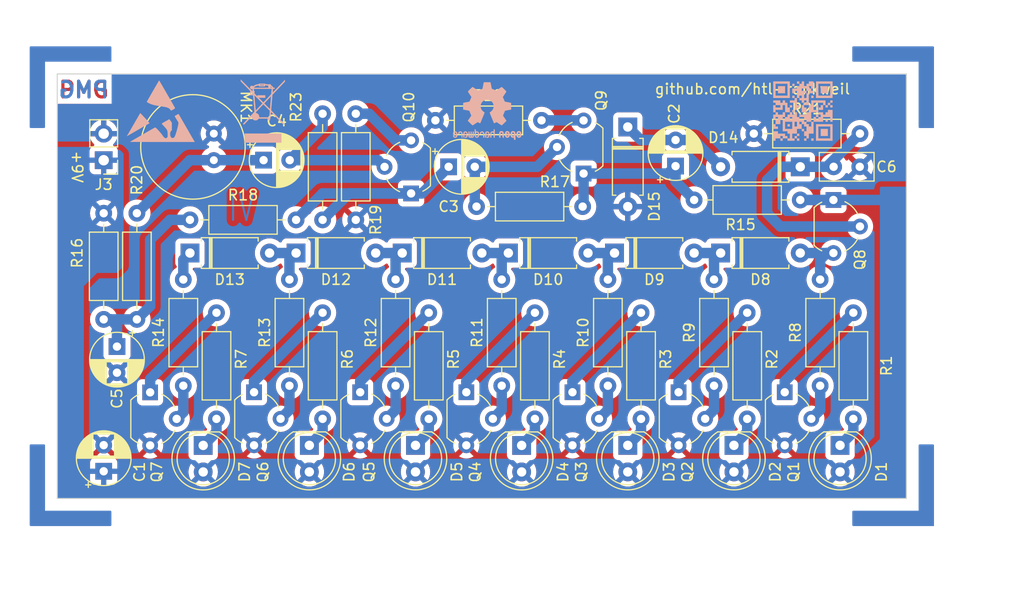
<source format=kicad_pcb>
(kicad_pcb (version 20221018) (generator pcbnew)
  (title_block (title "${acronym} - ${title}") (date "${date}") (rev "${revision}") (company "${company}") (comment 1 "${creator}") (comment 2 "${license}"))
  (layers (0 "F.Cu" signal) (31 "B.Cu" signal) (34 "B.Paste" user) (35 "F.Paste" user) (36 "B.SilkS" user "B.Silkscreen") (37 "F.SilkS" user "F.Silkscreen") (38 "B.Mask" user) (39 "F.Mask" user) (44 "Edge.Cuts" user))
  (property "acronym" "PMG")
  (property "company" "HTL-Rankweil")
  (property "creator" "GAR")
  (property "date" "1337-13-37")
  (property "license" "CC BY-NC-SA 4.0")
  (property "link" "github.com/htl-rankweil")
  (property "revision" "1.0")
  (property "title" "Pegelmessgerät")
  (net 0 "")
  (net 1 "GND")
  (net 2 "Net-(Q9-C)")
  (net 3 "Net-(D14-A)")
  (net 4 "Net-(Q10-C)")
  (net 5 "Net-(Q9-B)")
  (net 6 "Net-(C5-Pad1)")
  (net 7 "Net-(MK1-+)")
  (net 8 "Net-(Q10-B)")
  (net 9 "Net-(D14-K)")
  (net 10 "Net-(D1-K)")
  (net 11 "Net-(D2-K)")
  (net 12 "Net-(D3-K)")
  (net 13 "Net-(D4-K)")
  (net 14 "Net-(D5-K)")
  (net 15 "Net-(D6-K)")
  (net 16 "+9V")
  (net 17 "Net-(D7-K)")
  (net 18 "Net-(D8-K)")
  (net 19 "Net-(D8-A)")
  (net 20 "Net-(D10-A)")
  (net 21 "Net-(D10-K)")
  (net 22 "Net-(D11-K)")
  (net 23 "Net-(D12-K)")
  (net 24 "Net-(D13-K)")
  (net 25 "Net-(Q1-C)")
  (net 26 "Net-(Q1-B)")
  (net 27 "Net-(Q2-C)")
  (net 28 "Net-(Q2-B)")
  (net 29 "Net-(Q3-C)")
  (net 30 "Net-(Q3-B)")
  (net 31 "Net-(Q4-C)")
  (net 32 "Net-(Q4-B)")
  (net 33 "Net-(Q5-C)")
  (net 34 "Net-(Q5-B)")
  (net 35 "Net-(Q6-C)")
  (net 36 "Net-(Q6-B)")
  (net 37 "Net-(Q7-C)")
  (net 38 "Net-(Q7-B)")
  (net 39 "Net-(Q9-E)")
  (net 40 "Net-(Q10-E)")
  (footprint "Package_TO_SOT_THT:TO-92_Wide" (layer "F.Cu") (at 104.14 100.33 -90)
    (fp_text reference "Q7" (at 7.62 -0.635 90) (layer "F.SilkS"))
    (fp_text value "BC547")
    (pad "1" thru_hole rect (at 0 0 270) (size 1.5 1.5) (drill 0.8) (layers "*.Cu" "*.Mask") (net 37 "Net-(Q7-C)"))
    (pad "2" thru_hole circle (at 2.54 -2.54 270) (size 1.5 1.5) (drill 0.8) (layers "*.Cu" "*.Mask") (net 38 "Net-(Q7-B)"))
    (pad "3" thru_hole circle (at 5.08 0 270) (size 1.5 1.5) (drill 0.8) (layers "*.Cu" "*.Mask") (net 1 "GND"))
  )
  (footprint "Capacitor_THT:C_Disc_D5.0mm_W2.5mm_P2.50mm" (layer "F.Cu") (at 169.565 78.74)
    (fp_text reference "C6" (at 5.06 0) (layer "F.SilkS"))
    (fp_text value "100n")
    (pad "1" thru_hole circle (at 0 0) (size 1.6 1.6) (drill 0.8) (layers "*.Cu" "*.Mask") (net 9 "Net-(D14-K)"))
    (pad "2" thru_hole circle (at 2.5 0) (size 1.6 1.6) (drill 0.8) (layers "*.Cu" "*.Mask") (net 1 "GND"))
  )
  (footprint "Diode_THT:D_A-405_P7.62mm_Horizontal" (layer "F.Cu") (at 166.37 78.74 180)
    (fp_text reference "D14" (at 7.366 2.794) (layer "F.SilkS"))
    (fp_text value "1N4148")
    (pad "1" thru_hole rect (at 0 0 180) (size 1.8 1.8) (drill 0.9) (layers "*.Cu" "*.Mask") (net 9 "Net-(D14-K)"))
    (pad "2" thru_hole oval (at 7.62 0 180) (size 1.8 1.8) (drill 0.9) (layers "*.Cu" "*.Mask") (net 3 "Net-(D14-A)"))
  )
  (footprint "Resistor_THT:R_Axial_DIN0207_L6.3mm_D2.5mm_P10.16mm_Horizontal" (layer "F.Cu") (at 131.445 74.295)
    (fp_text reference "R22" (at 5.08 -2.37) (layer "F.SilkS"))
    (fp_text value "470")
    (pad "1" thru_hole circle (at 0 0) (size 1.6 1.6) (drill 0.8) (layers "*.Cu" "*.Mask") (net 1 "GND"))
    (pad "2" thru_hole oval (at 10.16 0) (size 1.6 1.6) (drill 0.8) (layers "*.Cu" "*.Mask") (net 39 "Net-(Q9-E)"))
  )
  (footprint "Resistor_THT:R_Axial_DIN0207_L6.3mm_D2.5mm_P10.16mm_Horizontal" (layer "F.Cu") (at 166.37 81.915 180)
    (fp_text reference "R15" (at 5.715 -2.37) (layer "F.SilkS"))
    (fp_text value "10k")
    (pad "1" thru_hole circle (at 0 0 180) (size 1.6 1.6) (drill 0.8) (layers "*.Cu" "*.Mask") (net 16 "+9V"))
    (pad "2" thru_hole oval (at 10.16 0 180) (size 1.6 1.6) (drill 0.8) (layers "*.Cu" "*.Mask") (net 2 "Net-(Q9-C)"))
  )
  (footprint "LED_THT:LED_D5.0mm" (layer "F.Cu") (at 149.86 105.405 -90)
    (fp_text reference "D3" (at 2.545 -3.96 90) (layer "F.SilkS"))
    (fp_text value "LED")
    (pad "1" thru_hole rect (at 0 0 270) (size 1.8 1.8) (drill 0.9) (layers "*.Cu" "*.Mask") (net 12 "Net-(D3-K)"))
    (pad "2" thru_hole circle (at 2.54 0 270) (size 1.8 1.8) (drill 0.9) (layers "*.Cu" "*.Mask") (net 16 "+9V"))
  )
  (footprint "Package_TO_SOT_THT:TO-92_Wide" (layer "F.Cu") (at 169.545 81.915 -90)
    (fp_text reference "Q8" (at 5.715 -2.54 90) (layer "F.SilkS"))
    (fp_text value "BC547")
    (pad "1" thru_hole rect (at 0 0 270) (size 1.5 1.5) (drill 0.8) (layers "*.Cu" "*.Mask") (net 16 "+9V"))
    (pad "2" thru_hole circle (at 2.54 -2.54 270) (size 1.5 1.5) (drill 0.8) (layers "*.Cu" "*.Mask") (net 9 "Net-(D14-K)"))
    (pad "3" thru_hole circle (at 5.08 0 270) (size 1.5 1.5) (drill 0.8) (layers "*.Cu" "*.Mask") (net 19 "Net-(D8-A)"))
  )
  (footprint "Package_TO_SOT_THT:TO-92_Wide" (layer "F.Cu") (at 164.885 100.32 -90)
    (fp_text reference "Q1" (at 7.63 -0.85 90) (layer "F.SilkS"))
    (fp_text value "BC547")
    (pad "1" thru_hole rect (at 0 0 270) (size 1.5 1.5) (drill 0.8) (layers "*.Cu" "*.Mask") (net 25 "Net-(Q1-C)"))
    (pad "2" thru_hole circle (at 2.54 -2.54 270) (size 1.5 1.5) (drill 0.8) (layers "*.Cu" "*.Mask") (net 26 "Net-(Q1-B)"))
    (pad "3" thru_hole circle (at 5.08 0 270) (size 1.5 1.5) (drill 0.8) (layers "*.Cu" "*.Mask") (net 1 "GND"))
  )
  (footprint "LED_THT:LED_D5.0mm" (layer "F.Cu") (at 139.7 105.41 -90)
    (fp_text reference "D4" (at 2.54 -3.96 90) (layer "F.SilkS"))
    (fp_text value "LED")
    (pad "1" thru_hole rect (at 0 0 270) (size 1.8 1.8) (drill 0.9) (layers "*.Cu" "*.Mask") (net 13 "Net-(D4-K)"))
    (pad "2" thru_hole circle (at 2.54 0 270) (size 1.8 1.8) (drill 0.9) (layers "*.Cu" "*.Mask") (net 16 "+9V"))
  )
  (footprint "Package_TO_SOT_THT:TO-92_Wide" (layer "F.Cu") (at 145.63 79.385 90)
    (fp_text reference "Q9" (at 6.995 1.69 90) (layer "F.SilkS"))
    (fp_text value "BC547")
    (pad "1" thru_hole rect (at 0 0 90) (size 1.5 1.5) (drill 0.8) (layers "*.Cu" "*.Mask") (net 2 "Net-(Q9-C)"))
    (pad "2" thru_hole circle (at 2.54 -2.54 90) (size 1.5 1.5) (drill 0.8) (layers "*.Cu" "*.Mask") (net 5 "Net-(Q9-B)"))
    (pad "3" thru_hole circle (at 5.08 0 90) (size 1.5 1.5) (drill 0.8) (layers "*.Cu" "*.Mask") (net 39 "Net-(Q9-E)"))
  )
  (footprint "Resistor_THT:R_Axial_DIN0207_L6.3mm_D2.5mm_P10.16mm_Horizontal" (layer "F.Cu") (at 107.315 99.695 90)
    (fp_text reference "R14" (at 5.08 -2.37 90) (layer "F.SilkS"))
    (fp_text value "10k")
    (pad "1" thru_hole circle (at 0 0 90) (size 1.6 1.6) (drill 0.8) (layers "*.Cu" "*.Mask") (net 38 "Net-(Q7-B)"))
    (pad "2" thru_hole oval (at 10.16 0 90) (size 1.6 1.6) (drill 0.8) (layers "*.Cu" "*.Mask") (net 24 "Net-(D13-K)"))
  )
  (footprint "Resistor_THT:R_Axial_DIN0207_L6.3mm_D2.5mm_P10.16mm_Horizontal" (layer "F.Cu") (at 117.475 99.695 90)
    (fp_text reference "R13" (at 5.08 -2.37 90) (layer "F.SilkS"))
    (fp_text value "10k")
    (pad "1" thru_hole circle (at 0 0 90) (size 1.6 1.6) (drill 0.8) (layers "*.Cu" "*.Mask") (net 36 "Net-(Q6-B)"))
    (pad "2" thru_hole oval (at 10.16 0 90) (size 1.6 1.6) (drill 0.8) (layers "*.Cu" "*.Mask") (net 23 "Net-(D12-K)"))
  )
  (footprint "Resistor_THT:R_Axial_DIN0207_L6.3mm_D2.5mm_P10.16mm_Horizontal" (layer "F.Cu") (at 168.275 99.695 90)
    (fp_text reference "R8" (at 5.08 -2.37 90) (layer "F.SilkS"))
    (fp_text value "10k")
    (pad "1" thru_hole circle (at 0 0 90) (size 1.6 1.6) (drill 0.8) (layers "*.Cu" "*.Mask") (net 26 "Net-(Q1-B)"))
    (pad "2" thru_hole oval (at 10.16 0 90) (size 1.6 1.6) (drill 0.8) (layers "*.Cu" "*.Mask") (net 19 "Net-(D8-A)"))
  )
  (footprint "Resistor_THT:R_Axial_DIN0207_L6.3mm_D2.5mm_P10.16mm_Horizontal" (layer "F.Cu") (at 161.29 92.71 -90)
    (fp_text reference "R2" (at 4.445 -2.37 90) (layer "F.SilkS"))
    (fp_text value "680")
    (pad "1" thru_hole circle (at 0 0 270) (size 1.6 1.6) (drill 0.8) (layers "*.Cu" "*.Mask") (net 27 "Net-(Q2-C)"))
    (pad "2" thru_hole oval (at 10.16 0 270) (size 1.6 1.6) (drill 0.8) (layers "*.Cu" "*.Mask") (net 11 "Net-(D2-K)"))
  )
  (footprint "Resistor_THT:R_Axial_DIN0207_L6.3mm_D2.5mm_P10.16mm_Horizontal" (layer "F.Cu") (at 171.45 92.71 -90)
    (fp_text reference "R1" (at 5.08 -3.175 90) (layer "F.SilkS"))
    (fp_text value "680")
    (pad "1" thru_hole circle (at 0 0 270) (size 1.6 1.6) (drill 0.8) (layers "*.Cu" "*.Mask") (net 25 "Net-(Q1-C)"))
    (pad "2" thru_hole oval (at 10.16 0 270) (size 1.6 1.6) (drill 0.8) (layers "*.Cu" "*.Mask") (net 10 "Net-(D1-K)"))
  )
  (footprint "Sensor_MIC:Electret_THT" (layer "F.Cu") (at 108.236 76.835)
    (fp_text reference "MK1" (at 5.08 -3.81 -90 unlocked) (layer "F.SilkS"))
    (fp_text value "Electret")
    (pad "1" thru_hole circle (at 2 -1.27) (size 1.524 1.524) (drill 0.762) (layers "*.Cu" "*.Mask") (net 1 "GND"))
    (pad "2" thru_hole circle (at 2 1.27) (size 1.524 1.524) (drill 0.762) (layers "*.Cu" "*.Mask") (net 7 "Net-(MK1-+)"))
  )
  (footprint "Diode_THT:D_A-405_P7.62mm_Horizontal" (layer "F.Cu") (at 149.86 74.93 -90)
    (fp_text reference "D15" (at 7.62 -2.54 90) (layer "F.SilkS"))
    (fp_text value "1N4148")
    (pad "1" thru_hole rect (at 0 0 270) (size 1.8 1.8) (drill 0.9) (layers "*.Cu" "*.Mask") (net 3 "Net-(D14-A)"))
    (pad "2" thru_hole oval (at 7.62 0 270) (size 1.8 1.8) (drill 0.9) (layers "*.Cu" "*.Mask") (net 1 "GND"))
  )
  (footprint "Diode_THT:D_A-405_P7.62mm_Horizontal" (layer "F.Cu") (at 118.11 86.995)
    (fp_text reference "D12" (at 3.81 2.54) (layer "F.SilkS"))
    (fp_text value "1N4148")
    (pad "1" thru_hole rect (at 0 0) (size 1.8 1.8) (drill 0.9) (layers "*.Cu" "*.Mask") (net 23 "Net-(D12-K)"))
    (pad "2" thru_hole oval (at 7.62 0) (size 1.8 1.8) (drill 0.9) (layers "*.Cu" "*.Mask") (net 22 "Net-(D11-K)"))
  )
  (footprint "Package_TO_SOT_THT:TO-92_Wide" (layer "F.Cu") (at 124.245 100.32 -90)
    (fp_text reference "Q5" (at 7.63 -0.85 90) (layer "F.SilkS"))
    (fp_text value "BC547")
    (pad "1" thru_hole rect (at 0 0 270) (size 1.5 1.5) (drill 0.8) (layers "*.Cu" "*.Mask") (net 33 "Net-(Q5-C)"))
    (pad "2" thru_hole circle (at 2.54 -2.54 270) (size 1.5 1.5) (drill 0.8) (layers "*.Cu" "*.Mask") (net 34 "Net-(Q5-B)"))
    (pad "3" thru_hole circle (at 5.08 0 270) (size 1.5 1.5) (drill 0.8) (layers "*.Cu" "*.Mask") (net 1 "GND"))
  )
  (footprint "Package_TO_SOT_THT:TO-92_Wide" (layer "F.Cu") (at 114.085 100.32 -90)
    (fp_text reference "Q6" (at 7.63 -0.85 90) (layer "F.SilkS"))
    (fp_text value "BC547")
    (pad "1" thru_hole rect (at 0 0 270) (size 1.5 1.5) (drill 0.8) (layers "*.Cu" "*.Mask") (net 35 "Net-(Q6-C)"))
    (pad "2" thru_hole circle (at 2.54 -2.54 270) (size 1.5 1.5) (drill 0.8) (layers "*.Cu" "*.Mask") (net 36 "Net-(Q6-B)"))
    (pad "3" thru_hole circle (at 5.08 0 270) (size 1.5 1.5) (drill 0.8) (layers "*.Cu" "*.Mask") (net 1 "GND"))
  )
  (footprint "Resistor_THT:R_Axial_DIN0207_L6.3mm_D2.5mm_P10.16mm_Horizontal" (layer "F.Cu") (at 127.635 99.695 90)
    (fp_text reference "R12" (at 5.08 -2.37 90) (layer "F.SilkS"))
    (fp_text value "10k")
    (pad "1" thru_hole circle (at 0 0 90) (size 1.6 1.6) (drill 0.8) (layers "*.Cu" "*.Mask") (net 34 "Net-(Q5-B)"))
    (pad "2" thru_hole oval (at 10.16 0 90) (size 1.6 1.6) (drill 0.8) (layers "*.Cu" "*.Mask") (net 22 "Net-(D11-K)"))
  )
  (footprint "Diode_THT:D_A-405_P7.62mm_Horizontal" (layer "F.Cu") (at 128.27 86.995)
    (fp_text reference "D11" (at 3.81 2.54) (layer "F.SilkS"))
    (fp_text value "1N4148")
    (pad "1" thru_hole rect (at 0 0) (size 1.8 1.8) (drill 0.9) (layers "*.Cu" "*.Mask") (net 22 "Net-(D11-K)"))
    (pad "2" thru_hole oval (at 7.62 0) (size 1.8 1.8) (drill 0.9) (layers "*.Cu" "*.Mask") (net 21 "Net-(D10-K)"))
  )
  (footprint "Resistor_THT:R_Axial_DIN0207_L6.3mm_D2.5mm_P10.16mm_Horizontal" (layer "F.Cu") (at 151.13 92.71 -90)
    (fp_text reference "R3" (at 4.445 -2.37 90) (layer "F.SilkS"))
    (fp_text value "680")
    (pad "1" thru_hole circle (at 0 0 270) (size 1.6 1.6) (drill 0.8) (layers "*.Cu" "*.Mask") (net 29 "Net-(Q3-C)"))
    (pad "2" thru_hole oval (at 10.16 0 270) (size 1.6 1.6) (drill 0.8) (layers "*.Cu" "*.Mask") (net 12 "Net-(D3-K)"))
  )
  (footprint "LED_THT:LED_D5.0mm" (layer "F.Cu") (at 119.38 105.405 -90)
    (fp_text reference "D6" (at 2.545 -3.81 90) (layer "F.SilkS"))
    (fp_text value "LED")
    (pad "1" thru_hole rect (at 0 0 270) (size 1.8 1.8) (drill 0.9) (layers "*.Cu" "*.Mask") (net 15 "Net-(D6-K)"))
    (pad "2" thru_hole circle (at 2.54 0 270) (size 1.8 1.8) (drill 0.9) (layers "*.Cu" "*.Mask") (net 16 "+9V"))
  )
  (footprint "Resistor_THT:R_Axial_DIN0207_L6.3mm_D2.5mm_P10.16mm_Horizontal" (layer "F.Cu") (at 102.87 83.185 -90)
    (fp_text reference "R20" (at -3.175 0 90) (layer "F.SilkS"))
    (fp_text value "10k")
    (pad "1" thru_hole circle (at 0 0 270) (size 1.6 1.6) (drill 0.8) (layers "*.Cu" "*.Mask") (net 7 "Net-(MK1-+)"))
    (pad "2" thru_hole oval (at 10.16 0 270) (size 1.6 1.6) (drill 0.8) (layers "*.Cu" "*.Mask") (net 6 "Net-(C5-Pad1)"))
  )
  (footprint "Resistor_THT:R_Axial_DIN0207_L6.3mm_D2.5mm_P10.16mm_Horizontal" (layer "F.Cu") (at 107.95 83.82)
    (fp_text reference "R18" (at 5.08 -2.37) (layer "F.SilkS"))
    (fp_text value "39k")
    (pad "1" thru_hole circle (at 0 0) (size 1.6 1.6) (drill 0.8) (layers "*.Cu" "*.Mask") (net 6 "Net-(C5-Pad1)"))
    (pad "2" thru_hole oval (at 10.16 0) (size 1.6 1.6) (drill 0.8) (layers "*.Cu" "*.Mask") (net 4 "Net-(Q10-C)"))
  )
  (footprint "LED_THT:LED_D5.0mm" (layer "F.Cu") (at 129.54 105.405 -90)
    (fp_text reference "D5" (at 2.545 -3.96 90) (layer "F.SilkS"))
    (fp_text value "LED")
    (pad "1" thru_hole rect (at 0 0 270) (size 1.8 1.8) (drill 0.9) (layers "*.Cu" "*.Mask") (net 14 "Net-(D5-K)"))
    (pad "2" thru_hole circle (at 2.54 0 270) (size 1.8 1.8) (drill 0.9) (layers "*.Cu" "*.Mask") (net 16 "+9V"))
  )
  (footprint "Capacitor_THT:CP_Radial_D5.0mm_P2.50mm" (layer "F.Cu") (at 99.695 107.885113 90)
    (fp_text reference "C1" (at -0.064887 3.429 90) (layer "F.SilkS"))
    (fp_text value "47u")
    (pad "1" thru_hole rect (at 0 0 90) (size 1.6 1.6) (drill 0.8) (layers "*.Cu" "*.Mask") (net 16 "+9V"))
    (pad "2" thru_hole circle (at 2.5 0 90) (size 1.6 1.6) (drill 0.8) (layers "*.Cu" "*.Mask") (net 1 "GND"))
  )
  (footprint "Capacitor_THT:CP_Radial_D5.0mm_P2.50mm" (layer "F.Cu") (at 154.432 78.675113 90)
    (fp_text reference "C2" (at 5.015113 -0.127 90) (layer "F.SilkS"))
    (fp_text value "1u")
    (pad "1" thru_hole rect (at 0 0 90) (size 1.6 1.6) (drill 0.8) (layers "*.Cu" "*.Mask") (net 2 "Net-(Q9-C)"))
    (pad "2" thru_hole circle (at 2.5 0 90) (size 1.6 1.6) (drill 0.8) (layers "*.Cu" "*.Mask") (net 3 "Net-(D14-A)"))
  )
  (footprint "Resistor_THT:R_Axial_DIN0207_L6.3mm_D2.5mm_P10.16mm_Horizontal" (layer "F.Cu") (at 161.925 75.565)
    (fp_text reference "R21" (at 5.08 -2.37) (layer "F.SilkS"))
    (fp_text value "1M")
    (pad "1" thru_hole circle (at 0 0) (size 1.6 1.6) (drill 0.8) (layers "*.Cu" "*.Mask") (net 1 "GND"))
    (pad "2" thru_hole oval (at 10.16 0) (size 1.6 1.6) (drill 0.8) (layers "*.Cu" "*.Mask") (net 9 "Net-(D14-K)"))
  )
  (footprint "Capacitor_THT:CP_Radial_D5.0mm_P2.50mm" (layer "F.Cu") (at 100.965 95.949887 -90)
    (fp_text reference "C5" (at 4.980113 0 90) (layer "F.SilkS"))
    (fp_text value "1u")
    (pad "1" thru_hole rect (at 0 0 270) (size 1.6 1.6) (drill 0.8) (layers "*.Cu" "*.Mask") (net 6 "Net-(C5-Pad1)"))
    (pad "2" thru_hole circle (at 2.5 0 270) (size 1.6 1.6) (drill 0.8) (layers "*.Cu" "*.Mask") (net 1 "GND"))
  )
  (footprint "Resistor_THT:R_Axial_DIN0207_L6.3mm_D2.5mm_P10.16mm_Horizontal" (layer "F.Cu") (at 120.65 92.71 -90)
    (fp_text reference "R6" (at 4.445 -2.37 90) (layer "F.SilkS"))
    (fp_text value "680")
    (pad "1" thru_hole circle (at 0 0 270) (size 1.6 1.6) (drill 0.8) (layers "*.Cu" "*.Mask") (net 35 "Net-(Q6-C)"))
    (pad "2" thru_hole oval (at 10.16 0 270) (size 1.6 1.6) (drill 0.8) (layers "*.Cu" "*.Mask") (net 15 "Net-(D6-K)"))
  )
  (footprint "Resistor_THT:R_Axial_DIN0207_L6.3mm_D2.5mm_P10.16mm_Horizontal" (layer "F.Cu") (at 110.49 92.71 -90)
    (fp_text reference "R7" (at 4.445 -2.37 90) (layer "F.SilkS"))
    (fp_text value "680")
    (pad "1" thru_hole circle (at 0 0 270) (size 1.6 1.6) (drill 0.8) (layers "*.Cu" "*.Mask") (net 37 "Net-(Q7-C)"))
    (pad "2" thru_hole oval (at 10.16 0 270) (size 1.6 1.6) (drill 0.8) (layers "*.Cu" "*.Mask") (net 17 "Net-(D7-K)"))
  )
  (footprint "Resistor_THT:R_Axial_DIN0207_L6.3mm_D2.5mm_P10.16mm_Horizontal" (layer "F.Cu") (at 140.97 92.71 -90)
    (fp_text reference "R4" (at 4.445 -2.37 90) (layer "F.SilkS"))
    (fp_text value "680")
    (pad "1" thru_hole circle (at 0 0 270) (size 1.6 1.6) (drill 0.8) (layers "*.Cu" "*.Mask") (net 31 "Net-(Q4-C)"))
    (pad "2" thru_hole oval (at 10.16 0 270) (size 1.6 1.6) (drill 0.8) (layers "*.Cu" "*.Mask") (net 13 "Net-(D4-K)"))
  )
  (footprint "Package_TO_SOT_THT:TO-92_Wide" (layer "F.Cu") (at 134.405 100.32 -90)
    (fp_text reference "Q4" (at 7.63 -0.85 90) (layer "F.SilkS"))
    (fp_text value "BC547")
    (pad "1" thru_hole rect (at 0 0 270) (size 1.5 1.5) (drill 0.8) (layers "*.Cu" "*.Mask") (net 31 "Net-(Q4-C)"))
    (pad "2" thru_hole circle (at 2.54 -2.54 270) (size 1.5 1.5) (drill 0.8) (layers "*.Cu" "*.Mask") (net 32 "Net-(Q4-B)"))
    (pad "3" thru_hole circle (at 5.08 0 270) (size 1.5 1.5) (drill 0.8) (layers "*.Cu" "*.Mask") (net 1 "GND"))
  )
  (footprint "Resistor_THT:R_Axial_DIN0207_L6.3mm_D2.5mm_P10.16mm_Horizontal" (layer "F.Cu") (at 99.695 83.185 -90)
    (fp_text reference "R16" (at 3.81 2.54 90) (layer "F.SilkS"))
    (fp_text value "10k")
    (pad "1" thru_hole circle (at 0 0 270) (size 1.6 1.6) (drill 0.8) (layers "*.Cu" "*.Mask") (net 16 "+9V"))
    (pad "2" thru_hole oval (at 10.16 0 270) (size 1.6 1.6) (drill 0.8) (layers "*.Cu" "*.Mask") (net 6 "Net-(C5-Pad1)"))
  )
  (footprint "Capacitor_THT:CP_Radial_D5.0mm_P2.50mm" (layer "F.Cu") (at 132.715 78.74)
    (fp_text reference "C3" (at 0 3.81) (layer "F.SilkS"))
    (fp_text value "1u")
    (pad "1" thru_hole rect (at 0 0) (size 1.6 1.6) (drill 0.8) (layers "*.Cu" "*.Mask") (net 4 "Net-(Q10-C)"))
    (pad "2" thru_hole circle (at 2.5 0) (size 1.6 1.6) (drill 0.8) (layers "*.Cu" "*.Mask") (net 5 "Net-(Q9-B)"))
  )
  (footprint "Connector_PinHeader_2.54mm:PinHeader_1x02_P2.54mm_Vertical" (layer "F.Cu") (at 99.695 78.11 180)
    (fp_text reference "J3" (at 0 -2.33 180) (layer "F.SilkS"))
    (fp_text value "Conn_01x02_Pin")
    (pad "1" thru_hole rect (at 0 0 180) (size 1.7 1.7) (drill 1) (layers "*.Cu" "*.Mask") (net 16 "+9V"))
    (pad "2" thru_hole oval (at 0 2.54 180) (size 1.7 1.7) (drill 1) (layers "*.Cu" "*.Mask") (net 1 "GND"))
  )
  (footprint "Resistor_THT:R_Axial_DIN0207_L6.3mm_D2.5mm_P10.16mm_Horizontal" (layer "F.Cu") (at 158.115 99.695 90)
    (fp_text reference "R9" (at 5.08 -2.37 90) (layer "F.SilkS"))
    (fp_text value "10k")
    (pad "1" thru_hole circle (at 0 0 90) (size 1.6 1.6) (drill 0.8) (layers "*.Cu" "*.Mask") (net 28 "Net-(Q2-B)"))
    (pad "2" thru_hole oval (at 10.16 0 90) (size 1.6 1.6) (drill 0.8) (layers "*.Cu" "*.Mask") (net 18 "Net-(D8-K)"))
  )
  (footprint "Diode_THT:D_A-405_P7.62mm_Horizontal" (layer "F.Cu") (at 148.59 86.995)
    (fp_text reference "D9" (at 3.81 2.54) (layer "F.SilkS"))
    (fp_text value "1N4148")
    (pad "1" thru_hole rect (at 0 0) (size 1.8 1.8) (drill 0.9) (layers "*.Cu" "*.Mask") (net 20 "Net-(D10-A)"))
    (pad "2" thru_hole oval (at 7.62 0) (size 1.8 1.8) (drill 0.9) (layers "*.Cu" "*.Mask") (net 18 "Net-(D8-K)"))
  )
  (footprint "Resistor_THT:R_Axial_DIN0207_L6.3mm_D2.5mm_P10.16mm_Horizontal" (layer "F.Cu") (at 120.65 73.66 -90)
    (fp_text reference "R19" (at 10.16 -5.08 90) (layer "F.SilkS"))
    (fp_text value "10M")
    (pad "1" thru_hole circle (at 0 0 270) (size 1.6 1.6) (drill 0.8) (layers "*.Cu" "*.Mask") (net 8 "Net-(Q10-B)"))
    (pad "2" thru_hole oval (at 10.16 0 270) (size 1.6 1.6) (drill 0.8) (layers "*.Cu" "*.Mask") (net 4 "Net-(Q10-C)"))
  )
  (footprint "Resistor_THT:R_Axial_DIN0207_L6.3mm_D2.5mm_P10.16mm_Horizontal" (layer "F.Cu") (at 147.955 99.695 90)
    (fp_text reference "R10" (at 5.08 -2.37 90) (layer "F.SilkS"))
    (fp_text value "10k")
    (pad "1" thru_hole circle (at 0 0 90) (size 1.6 1.6) (drill 0.8) (layers "*.Cu" "*.Mask") (net 30 "Net-(Q3-B)"))
    (pad "2" thru_hole oval (at 10.16 0 90) (size 1.6 1.6) (drill 0.8) (layers "*.Cu" "*.Mask") (net 20 "Net-(D10-A)"))
  )
  (footprint "Resistor_THT:R_Axial_DIN0207_L6.3mm_D2.5mm_P10.16mm_Horizontal" (layer "F.Cu") (at 135.382 82.55)
    (fp_text reference "R17" (at 7.493 -2.37) (layer "F.SilkS"))
    (fp_text value "1M")
    (pad "1" thru_hole circle (at 0 0) (size 1.6 1.6) (drill 0.8) (layers "*.Cu" "*.Mask") (net 5 "Net-(Q9-B)"))
    (pad "2" thru_hole oval (at 10.16 0) (size 1.6 1.6) (drill 0.8) (layers "*.Cu" "*.Mask") (net 2 "Net-(Q9-C)"))
  )
  (footprint "Package_TO_SOT_THT:TO-92_Wide" (layer "F.Cu") (at 144.565 100.32 -90)
    (fp_text reference "Q3" (at 7.63 -0.85 90) (layer "F.SilkS"))
    (fp_text value "BC547")
    (pad "1" thru_hole rect (at 0 0 270) (size 1.5 1.5) (drill 0.8) (layers "*.Cu" "*.Mask") (net 29 "Net-(Q3-C)"))
    (pad "2" thru_hole circle (at 2.54 -2.54 270) (size 1.5 1.5) (drill 0.8) (layers "*.Cu" "*.Mask") (net 30 "Net-(Q3-B)"))
    (pad "3" thru_hole circle (at 5.08 0 270) (size 1.5 1.5) (drill 0.8) (layers "*.Cu" "*.Mask") (net 1 "GND"))
  )
  (footprint "LED_THT:LED_D5.0mm" (layer "F.Cu") (at 160.02 105.405 -90)
    (fp_text reference "D2" (at 2.545 -3.96 90) (layer "F.SilkS"))
    (fp_text value "LED")
    (pad "1" thru_hole rect (at 0 0 270) (size 1.8 1.8) (drill 0.9) (layers "*.Cu" "*.Mask") (net 11 "Net-(D2-K)"))
    (pad "2" thru_hole circle (at 2.54 0 270) (size 1.8 1.8) (drill 0.9) (layers "*.Cu" "*.Mask") (net 16 "+9V"))
  )
  (footprint "Package_TO_SOT_THT:TO-92_Wide" (layer "F.Cu") (at 129.12 81.29 90)
    (fp_text reference "Q10" (at 8.265 -0.215 90) (layer "F.SilkS"))
    (fp_text value "BC547")
    (pad "1" thru_hole rect (at 0 0 90) (size 1.5 1.5) (drill 0.8) (layers "*.Cu" "*.Mask") (net 4 "Net-(Q10-C)"))
    (pad "2" thru_hole circle (at 2.54 -2.54 90) (size 1.5 1.5) (drill 0.8) (layers "*.Cu" "*.Mask") (net 8 "Net-(Q10-B)"))
    (pad "3" thru_hole circle (at 5.08 0 90) (size 1.5 1.5) (drill 0.8) (layers "*.Cu" "*.Mask") (net 40 "Net-(Q10-E)"))
  )
  (footprint "LED_THT:LED_D5.0mm" (layer "F.Cu") (at 109.22 105.41 -90)
    (fp_text reference "D7" (at 2.54 -3.96 90) (layer "F.SilkS"))
    (fp_text value "LED")
    (pad "1" thru_hole rect (at 0 0 270) (size 1.8 1.8) (drill 0.9) (layers "*.Cu" "*.Mask") (net 17 "Net-(D7-K)"))
    (pad "2" thru_hole circle (at 2.54 0 270) (size 1.8 1.8) (drill 0.9) (layers "*.Cu" "*.Mask") (net 16 "+9V"))
  )
  (footprint "Diode_THT:D_A-405_P7.62mm_Horizontal" (layer "F.Cu") (at 158.75 86.995)
    (fp_text reference "D8" (at 3.81 2.54) (layer "F.SilkS"))
    (fp_text value "1N4148")
    (pad "1" thru_hole rect (at 0 0) (size 1.8 1.8) (drill 0.9) (layers "*.Cu" "*.Mask") (net 18 "Net-(D8-K)"))
    (pad "2" thru_hole oval (at 7.62 0) (size 1.8 1.8) (drill 0.9) (layers "*.Cu" "*.Mask") (net 19 "Net-(D8-A)"))
  )
  (footprint "Resistor_THT:R_Axial_DIN0207_L6.3mm_D2.5mm_P10.16mm_Horizontal" (layer "F.Cu") (at 137.795 99.695 90)
    (fp_text reference "R11" (at 5.08 -2.37 90) (layer "F.SilkS"))
    (fp_text value "10k")
    (pad "1" thru_hole circle (at 0 0 90) (size 1.6 1.6) (drill 0.8) (layers "*.Cu" "*.Mask") (net 32 "Net-(Q4-B)"))
    (pad "2" thru_hole oval (at 10.16 0 90) (size 1.6 1.6) (drill 0.8) (layers "*.Cu" "*.Mask") (net 21 "Net-(D10-K)"))
  )
  (footprint "Package_TO_SOT_THT:TO-92_Wide" (layer "F.Cu") (at 154.725 100.32 -90)
    (fp_text reference "Q2" (at 7.63 -0.85 90) (layer "F.SilkS"))
    (fp_text value "BC547")
    (pad "1" thru_hole rect (at 0 0 270) (size 1.5 1.5) (drill 0.8) (layers "*.Cu" "*.Mask") (net 27 "Net-(Q2-C)"))
    (pad "2" thru_hole circle (at 2.54 -2.54 270) (size 1.5 1.5) (drill 0.8) (layers "*.Cu" "*.Mask") (net 28 "Net-(Q2-B)"))
    (pad "3" thru_hole circle (at 5.08 0 270) (size 1.5 1.5) (drill 0.8) (layers "*.Cu" "*.Mask") (net 1 "GND"))
  )
  (footprint "Diode_THT:D_A-405_P7.62mm_Horizontal" (layer "F.Cu") (at 138.43 86.995)
    (fp_text reference "D10" (at 3.81 2.54) (layer "F.SilkS"))
    (fp_text value "1N4148")
    (pad "1" thru_hole rect (at 0 0) (size 1.8 1.8) (drill 0.9) (layers "*.Cu" "*.Mask") (net 21 "Net-(D10-K)"))
    (pad "2" thru_hole oval (at 7.62 0) (size 1.8 1.8) (drill 0.9) (layers "*.Cu" "*.Mask") (net 20 "Net-(D10-A)"))
  )
  (footprint "Resistor_THT:R_Axial_DIN0207_L6.3mm_D2.5mm_P10.16mm_Horizontal" (layer "F.Cu") (at 123.825 83.82 90)
    (fp_text reference "R23" (at 10.795 -5.715 90) (layer "F.SilkS"))
    (fp_text value "680")
    (pad "1" thru_hole circle (at 0 0 90) (size 1.6 1.6) (drill 0.8) (layers "*.Cu" "*.Mask") (net 1 "GND"))
    (pad "2" thru_hole oval (at 10.16 0 90) (size 1.6 1.6) (drill 0.8) (layers "*.Cu" "*.Mask") (net 40 "Net-(Q10-E)"))
  )
  (footprint "LED_THT:LED_D5.0mm" (layer "F.Cu") (at 170.18 105.405 -90)
    (fp_text reference "D1" (at 2.545 -3.96 90) (layer "F.SilkS"))
    (fp_text value "LED")
    (pad "1" thru_hole rect (at 0 0 270) (size 1.8 1.8) (drill 0.9) (layers "*.Cu" "*.Mask") (net 10 "Net-(D1-K)"))
    (pad "2" thru_hole circle (at 2.54 0 270) (size 1.8 1.8) (drill 0.9) (layers "*.Cu" "*.Mask") (net 16 "+9V"))
  )
  (footprint "Capacitor_THT:CP_Radial_D5.0mm_P2.50mm" (layer "F.Cu") (at 114.999888 78.105)
    (fp_text reference "C4" (at 1.25 -3.75) (layer "F.SilkS"))
    (fp_text value "1u")
    (pad "1" thru_hole rect (at 0 0) (size 1.6 1.6) (drill 0.8) (layers "*.Cu" "*.Mask") (net 7 "Net-(MK1-+)"))
    (pad "2" thru_hole circle (at 2.5 0) (size 1.6 1.6) (drill 0.8) (layers "*.Cu" "*.Mask") (net 8 "Net-(Q10-B)"))
  )
  (footprint "Resistor_THT:R_Axial_DIN0207_L6.3mm_D2.5mm_P10.16mm_Horizontal" (layer "F.Cu") (at 130.81 92.71 -90)
    (fp_text reference "R5" (at 4.445 -2.37 90) (layer "F.SilkS"))
    (fp_text value "680")
    (pad "1" thru_hole circle (at 0 0 270) (size 1.6 1.6) (drill 0.8) (layers "*.Cu" "*.Mask") (net 33 "Net-(Q5-C)"))
    (pad "2" thru_hole oval (at 10.16 0 270) (size 1.6 1.6) (drill 0.8) (layers "*.Cu" "*.Mask") (net 14 "Net-(D5-K)"))
  )
  (footprint "Diode_THT:D_A-405_P7.62mm_Horizontal" (layer "F.Cu") (at 107.95 86.995)
    (fp_text reference "D13" (at 3.81 2.54) (layer "F.SilkS"))
    (fp_text value "1N4148")
    (pad "1" thru_hole rect (at 0 0) (size 1.8 1.8) (drill 0.9) (layers "*.Cu" "*.Mask") (net 24 "Net-(D13-K)"))
    (pad "2" thru_hole oval (at 7.62 0) (size 1.8 1.8) (drill 0.9) (layers "*.Cu" "*.Mask") (net 23 "Net-(D12-K)"))
  )
  (footprint "Symbol:WEEE-Logo_4.2x6mm_SilkScreen" (layer "B.Cu") (at 114.935 73.406 180)
    (fp_text reference "FID3" hide)
    (fp_text value "BIN" hide)
  )
  (footprint "Symbol:OSHW-Logo2_7.3x6mm_SilkScreen" (layer "B.Cu") (at 136.398 73.406 180)
    (fp_text reference "FID2" hide)
    (fp_text value "OH" hide)
  )
  (footprint "Images:QR_0x007e_small" (layer "B.Cu") (at 166.624 73.406 180)
    (fp_text reference "FID4" hide)
    (fp_text value "QR" hide)
  )
  (footprint "Symbol:ESD-Logo_6.6x6mm_SilkScreen" (layer "B.Cu") (at 105.156 73.406 180)
    (fp_text reference "FID1" hide)
    (fp_text value "ESD" hide)
  )
  (gr_line (start 112.7125 81.28) (end 113.3475 83.82) (stroke (width 0.2)) (layer "B.Cu"))
  (gr_poly (pts (xy 171.45 111.76) (xy 177.8 111.76) (xy 177.8 105.41) (xy 179.07 105.41) (xy 179.07 113.03) (xy 171.45 113.03)) (stroke (width 0.2)) (fill solid) (layer "B.Cu"))
  (gr_poly (pts (xy 92.71 74.93) (xy 92.71 67.31) (xy 100.33 67.31) (xy 100.33 68.58) (xy 93.98 68.58) (xy 93.98 74.93)) (stroke (width 0.2)) (fill solid) (layer "B.Cu"))
  (gr_line (start 113.3475 83.82) (end 113.9825 81.28) (stroke (width 0.2)) (layer "B.Cu"))
  (gr_poly (pts (xy 177.8 68.58) (xy 171.45 68.58) (xy 171.45 67.31) (xy 179.07 67.31) (xy 179.07 74.93) (xy 177.8 74.93)) (stroke (width 0.2)) (fill solid) (layer "B.Cu"))
  (gr_poly (pts (xy 92.71 105.41) (xy 93.98 105.41) (xy 93.98 111.76) (xy 100.33 111.76) (xy 100.33 113.03) (xy 92.71 113.03)) (stroke (width 0.2)) (fill solid) (layer "B.Cu"))
  (gr_line (start 112.0775 81.28) (end 112.0775 83.82) (stroke (width 0.2)) (layer "B.Cu"))
  (gr_line (start 95.25 69.85) (end 176.53 69.85) (stroke (width 0.1)) (layer "Edge.Cuts"))
  (gr_line (start 176.53 69.85) (end 176.53 110.49) (stroke (width 0.1)) (layer "Edge.Cuts"))
  (gr_line (start 95.25 110.49) (end 95.25 69.85) (stroke (width 0.1)) (layer "Edge.Cuts"))
  (gr_line (start 176.53 110.49) (end 95.25 110.49) (stroke (width 0.1)) (layer "Edge.Cuts"))
  (gr_text "${acronym}" (at 97.79 71.374) (layer "F.Cu") (effects (font (size 1.5 1.5) (thickness 0.3))))
  (gr_text "${acronym}" (at 97.79 71.374) (layer "B.Cu") (effects (font (size 1.5 1.5) (thickness 0.3)) (justify mirror)))
  (gr_text "+9V" (at 97.155 78.74 270) (layer "F.SilkS") (effects (font (size 1 1))))
  (gr_text "${link}" (at 161.798 71.882) (layer "F.SilkS") (effects (font (size 1 1)) (justify bottom)))
  (segment (start 145.63 79.385) (end 153.722113 79.385) (width 1) (layer "B.Cu") (net 2))
  (segment (start 145.63 82.462) (end 145.542 82.55) (width 1) (layer "B.Cu") (net 2))
  (segment (start 154.432 78.675113) (end 154.432 80.137) (width 1) (layer "B.Cu") (net 2))
  (segment (start 154.432 80.137) (end 156.21 81.915) (width 1) (layer "B.Cu") (net 2))
  (segment (start 153.722113 79.385) (end 154.432 78.675113) (width 1) (layer "B.Cu") (net 2))
  (segment (start 145.63 79.385) (end 145.63 82.462) (width 1) (layer "B.Cu") (net 2))
  (segment (start 151.105113 76.175113) (end 149.86 74.93) (width 1) (layer "B.Cu") (net 3))
  (segment (start 156.185113 76.175113) (end 158.75 78.74) (width 1) (layer "B.Cu") (net 3))
  (segment (start 154.432 76.175113) (end 151.105113 76.175113) (width 1) (layer "B.Cu") (net 3))
  (segment (start 154.432 76.175113) (end 156.185113 76.175113) (width 1) (layer "B.Cu") (net 3))
  (segment (start 122.545 81.925) (end 120.65 83.82) (width 1) (layer "B.Cu") (net 4))
  (segment (start 129.12 81.29) (end 123.18 81.29) (width 1) (layer "B.Cu") (net 4))
  (segment (start 132.715 78.74) (end 130.165 81.29) (width 1) (layer "B.Cu") (net 4))
  (segment (start 129.12 81.29) (end 120.64 81.29) (width 1) (layer "B.Cu") (net 4))
  (segment (start 120.64 81.29) (end 118.11 83.82) (width 1) (layer "B.Cu") (net 4))
  (segment (start 130.165 81.29) (end 129.12 81.29) (width 1) (layer "B.Cu") (net 4))
  (segment (start 123.18 81.29) (end 122.545 81.925) (width 1) (layer "B.Cu") (net 4))
  (segment (start 135.215 78.74) (end 141.195 78.74) (width 1) (layer "B.Cu") (net 5))
  (segment (start 135.215 78.74) (end 135.215 82.383) (width 1) (layer "B.Cu") (net 5))
  (segment (start 141.195 78.74) (end 143.09 76.845) (width 1) (layer "B.Cu") (net 5))
  (segment (start 135.215 82.383) (end 135.382 82.55) (width 1) (layer "B.Cu") (net 5))
  (segment (start 100.965 93.98) (end 100.33 93.345) (width 1) (layer "B.Cu") (net 6))
  (segment (start 104.14 92.075) (end 102.87 93.345) (width 1) (layer "B.Cu") (net 6))
  (segment (start 100.965 95.949887) (end 100.965 93.98) (width 1) (layer "B.Cu") (net 6))
  (segment (start 107.95 83.82) (end 106.045 83.82) (width 1) (layer "B.Cu") (net 6))
  (segment (start 106.045 83.82) (end 104.14 85.725) (width 1) (layer "B.Cu") (net 6))
  (segment (start 104.14 85.725) (end 104.14 92.075) (width 1) (layer "B.Cu") (net 6))
  (segment (start 102.87 93.345) (end 100.33 93.345) (width 1) (layer "B.Cu") (net 6))
  (segment (start 100.33 93.345) (end 99.695 93.345) (width 1) (layer "B.Cu") (net 6))
  (segment (start 109.95 78.105) (end 107.95 78.105) (width 1) (layer "B.Cu") (net 7))
  (segment (start 107.95 78.105) (end 102.87 83.185) (width 1) (layer "B.Cu") (net 7))
  (segment (start 109.95 78.105) (end 114.999888 78.105) (width 1) (layer "B.Cu") (net 7))
  (segment (start 125.935 78.105) (end 126.58 78.75) (width 1) (layer "B.Cu") (net 8))
  (segment (start 117.499888 78.105) (end 125.935 78.105) (width 1) (layer "B.Cu") (net 8))
  (segment (start 120.65 74.954888) (end 117.499888 78.105) (width 1) (layer "B.Cu") (net 8))
  (segment (start 120.65 73.66) (end 120.65 74.954888) (width 1) (layer "B.Cu") (net 8))
  (segment (start 169.565 78.74) (end 168.91 78.74) (width 1) (layer "B.Cu") (net 9))
  (segment (start 172.085 75.565) (end 168.91 78.74) (width 1) (layer "B.Cu") (net 9))
  (segment (start 164.465 78.74) (end 166.37 78.74) (width 1) (layer "B.Cu") (net 9))
  (segment (start 163.195 83.185) (end 163.195 80.01) (width 1) (layer "B.Cu") (net 9))
  (segment (start 164.465 84.455) (end 163.195 83.185) (width 1) (layer "B.Cu") (net 9))
  (segment (start 172.085 84.455) (end 164.465 84.455) (width 1) (layer "B.Cu") (net 9))
  (segment (start 168.91 78.74) (end 164.465 78.74) (width 1) (layer "B.Cu") (net 9))
  (segment (start 163.195 80.01) (end 164.465 78.74) (width 1) (layer "B.Cu") (net 9))
  (segment (start 171.45 102.87) (end 171.45 104.135) (width 1) (layer "B.Cu") (net 10))
  (segment (start 171.45 104.135) (end 170.18 105.405) (width 1) (layer "B.Cu") (net 10))
  (segment (start 161.29 104.135) (end 160.02 105.405) (width 1) (layer "B.Cu") (net 11))
  (segment (start 161.29 102.87) (end 161.29 104.135) (width 1) (layer "B.Cu") (net 11))
  (segment (start 151.13 104.135) (end 149.86 105.405) (width 1) (layer "B.Cu") (net 12))
  (segment (start 151.13 102.87) (end 151.13 104.135) (width 1) (layer "B.Cu") (net 12))
  (segment (start 140.97 102.87) (end 140.97 104.14) (width 1) (layer "B.Cu") (net 13))
  (segment (start 140.97 104.14) (end 139.7 105.41) (width 1) (layer "B.Cu") (net 13))
  (segment (start 130.81 102.87) (end 130.81 104.135) (width 1) (layer "B.Cu") (net 14))
  (segment (start 130.81 104.135) (end 129.54 105.405) (width 1) (layer "B.Cu") (net 14))
  (segment (start 120.65 104.135) (end 119.38 105.405) (width 1) (layer "B.Cu") (net 15))
  (segment (start 120.65 102.87) (end 120.65 104.135) (width 1) (layer "B.Cu") (net 15))
  (segment (start 169.545 81.915) (end 175.26 81.915) (width 1) (layer "B.Cu") (net 16))
  (segment (start 166.37 81.915) (end 169.545 81.915) (width 1) (layer "B.Cu") (net 16))
  (segment (start 110.49 102.87) (end 110.49 104.14) (width 1) (layer "B.Cu") (net 17))
  (segment (start 110.49 104.14) (end 109.22 105.41) (width 1) (layer "B.Cu") (net 17))
  (segment (start 156.21 86.995) (end 158.75 86.995) (width 1) (layer "B.Cu") (net 18))
  (segment (start 158.115 89.535) (end 158.115 87.63) (width 1) (layer "B.Cu") (net 18))
  (segment (start 158.115 87.63) (end 158.75 86.995) (width 1) (layer "B.Cu") (net 18))
  (segment (start 168.275 87.63) (end 168.91 86.995) (width 1) (layer "B.Cu") (net 19))
  (segment (start 168.275 89.535) (end 168.275 87.63) (width 1) (layer "B.Cu") (net 19))
  (segment (start 166.37 86.995) (end 168.91 86.995) (width 1) (layer "B.Cu") (net 19))
  (segment (start 168.91 86.995) (end 169.545 86.995) (width 1) (layer "B.Cu") (net 19))
  (segment (start 146.05 86.995) (end 148.59 86.995) (width 1) (layer "B.Cu") (net 20))
  (segment (start 147.955 87.63) (end 148.59 86.995) (width 1) (layer "B.Cu") (net 20))
  (segment (start 147.955 89.535) (end 147.955 87.63) (width 1) (layer "B.Cu") (net 20))
  (segment (start 135.89 86.995) (end 138.43 86.995) (width 1) (layer "B.Cu") (net 21))
  (segment (start 137.795 87.63) (end 138.43 86.995) (width 1) (layer "B.Cu") (net 21))
  (segment (start 137.795 89.535) (end 137.795 87.63) (width 1) (layer "B.Cu") (net 21))
  (segment (start 125.73 86.995) (end 128.27 86.995) (width 1) (layer "B.Cu") (net 22))
  (segment (start 127.635 87.63) (end 128.27 86.995) (width 1) (layer "B.Cu") (net 22))
  (segment (start 127.635 89.535) (end 127.635 87.63) (width 1) (layer "B.Cu") (net 22))
  (segment (start 117.475 87.63) (end 118.11 86.995) (width 1) (layer "B.Cu") (net 23))
  (segment (start 115.57 86.995) (end 118.11 86.995) (width 1) (layer "B.Cu") (net 23))
  (segment (start 117.475 89.535) (end 117.475 87.63) (width 1) (layer "B.Cu") (net 23))
  (segment (start 107.315 87.63) (end 107.95 86.995) (width 1) (layer "B.Cu") (net 24))
  (segment (start 107.315 89.535) (end 107.315 87.63) (width 1) (layer "B.Cu") (net 24))
  (segment (start 164.885 99.275) (end 164.885 100.32) (width 1) (layer "B.Cu") (net 25))
  (segment (start 171.45 92.71) (end 164.885 99.275) (width 1) (layer "B.Cu") (net 25))
  (segment (start 168.275 99.695) (end 168.275 102.01) (width 1) (layer "B.Cu") (net 26))
  (segment (start 168.275 102.01) (end 167.425 102.86) (width 1) (layer "B.Cu") (net 26))
  (segment (start 161.29 92.71) (end 154.725 99.275) (width 1) (layer "B.Cu") (net 27))
  (segment (start 154.725 99.275) (end 154.725 100.32) (width 1) (layer "B.Cu") (net 27))
  (segment (start 158.115 99.695) (end 158.115 102.01) (width 1) (layer "B.Cu") (net 28))
  (segment (start 158.115 102.01) (end 157.265 102.86) (width 1) (layer "B.Cu") (net 28))
  (segment (start 144.565 99.275) (end 144.565 100.32) (width 1) (layer "B.Cu") (net 29))
  (segment (start 151.13 92.71) (end 144.565 99.275) (width 1) (layer "B.Cu") (net 29))
  (segment (start 147.955 102.01) (end 147.105 102.86) (width 1) (layer "B.Cu") (net 30))
  (segment (start 147.955 99.695) (end 147.955 102.01) (width 1) (layer "B.Cu") (net 30))
  (segment (start 140.97 92.71) (end 134.405 99.275) (width 1) (layer "B.Cu") (net 31))
  (segment (start 134.405 99.275) (end 134.405 100.32) (width 1) (layer "B.Cu") (net 31))
  (segment (start 137.795 99.695) (end 137.795 102.01) (width 1) (layer "B.Cu") (net 32))
  (segment (start 137.795 102.01) (end 136.945 102.86) (width 1) (layer "B.Cu") (net 32))
  (segment (start 130.81 92.71) (end 124.245 99.275) (width 1) (layer "B.Cu") (net 33))
  (segment (start 124.245 99.275) (end 124.245 100.32) (width 1) (layer "B.Cu") (net 33))
  (segment (start 127.635 99.695) (end 127.635 102.01) (width 1) (layer "B.Cu") (net 34))
  (segment (start 127.635 102.01) (end 126.785 102.86) (width 1) (layer "B.Cu") (net 34))
  (segment (start 120.65 92.71) (end 114.085 99.275) (width 1) (layer "B.Cu") (net 35))
  (segment (start 114.085 99.275) (end 114.085 100.32) (width 1) (layer "B.Cu") (net 35))
  (segment (start 117.475 99.695) (end 117.475 102.01) (width 1) (layer "B.Cu") (net 36))
  (segment (start 117.475 102.01) (end 116.625 102.86) (width 1) (layer "B.Cu") (net 36))
  (segment (start 110.49 92.71) (end 104.14 99.06) (width 1) (layer "B.Cu") (net 37))
  (segment (start 104.14 99.06) (end 104.14 100.33) (width 1) (layer "B.Cu") (net 37))
  (segment (start 107.315 99.695) (end 107.315 102.235) (width 1) (layer "B.Cu") (net 38))
  (segment (start 107.315 102.235) (end 106.68 102.87) (width 1) (layer "B.Cu") (net 38))
  (segment (start 145.62 74.295) (end 145.63 74.305) (width 1) (layer "B.Cu") (net 39))
  (segment (start 141.605 74.295) (end 145.62 74.295) (width 1) (layer "B.Cu") (net 39))
  (segment (start 127.645 76.21) (end 129.12 76.21) (width 1) (layer "B.Cu") (net 40))
  (segment (start 123.825 73.66) (end 125.095 73.66) (width 1) (layer "B.Cu") (net 40))
  (segment (start 125.095 73.66) (end 127.645 76.21) (width 1) (layer "B.Cu") (net 40))
  (zone (net 1) (net_name "GND") (layers "F&B.Cu") (connect_pads (clearance 0.508)) (min_thickness 0.254) (fill yes (thermal_gap 0.508) (thermal_bridge_width 0.508))
    (polygon (pts (xy 95.25 69.85) (xy 176.53 69.85) (xy 176.53 110.49) (xy 95.25 110.49)))
  )
  (zone (net 16) (net_name "+9V") (layer "B.Cu") (priority 1) (connect_pads (clearance 0.508)) (min_thickness 0.254) (fill yes (thermal_gap 0.508) (thermal_bridge_width 0.508))
    (polygon (pts (xy 95.25 76.835) (xy 100.965 76.835) (xy 101.6 77.47) (xy 101.6 88.265) (xy 100.965 88.9) (xy 99.06 88.9) (xy 97.79 90.17) (xy 97.79 106.045) (xy 98.425 106.68) (xy 172.085 106.68) (xy 173.99 104.775) (xy 173.99 80.645) (xy 176.53 80.645) (xy 176.53 110.49) (xy 95.25 110.49)))
  )
)
</source>
